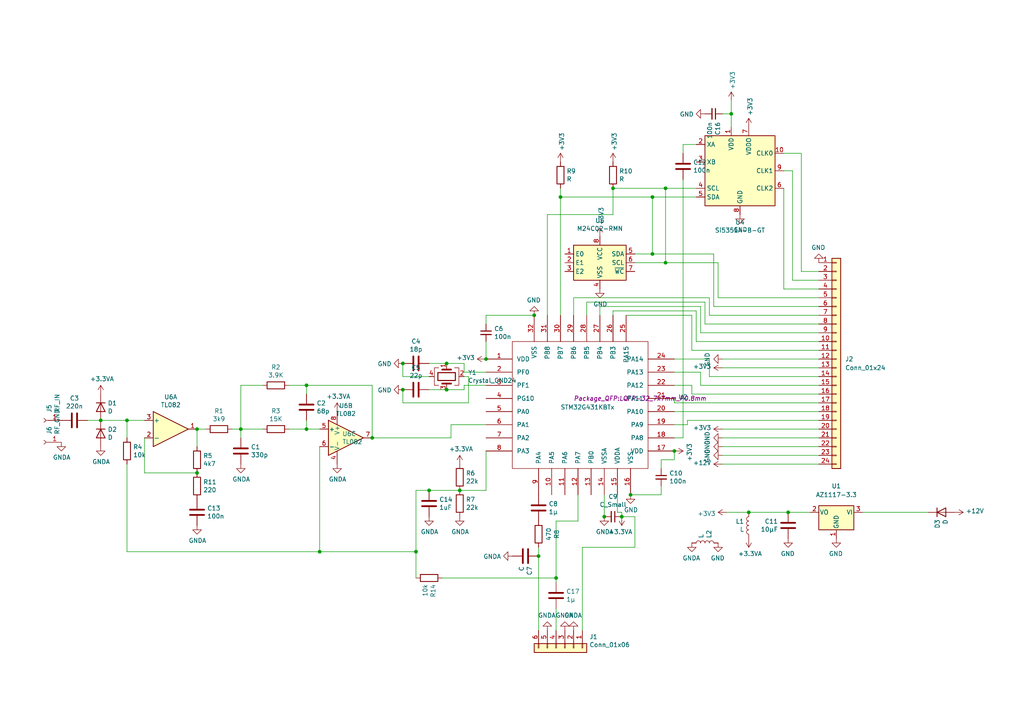
<source format=kicad_sch>
(kicad_sch (version 20211123) (generator eeschema)
  (paper "A4")
  (lib_symbols
    (symbol "Amplifier_Operational:TL082" (pin_names (offset 0.127))
      (property "Reference" "U" (at 0 5.08 0))
      (property "Value" "Amplifier_Operational_TL082" (at 0 -5.08 0))
      (symbol "TL082_1_1"
        (polyline (pts (xy -5.08 5.08) (xy 5.08 0) (xy -5.08 -5.08) (xy -5.08 5.08)) (stroke (width 0.254)) (fill (type background)))
        (pin output line (at 7.62 0 180) (length 2.54) (name "~") (number "1"))
        (pin input line (at -7.62 -2.54 0) (length 2.54) (name "-") (number "2"))
        (pin input line (at -7.62 2.54 0) (length 2.54) (name "+") (number "3"))
      )
      (symbol "TL082_2_1"
        (polyline (pts (xy -5.08 5.08) (xy 5.08 0) (xy -5.08 -5.08) (xy -5.08 5.08)) (stroke (width 0.254)) (fill (type background)))
        (pin input line (at -7.62 2.54 0) (length 2.54) (name "+") (number "5"))
        (pin input line (at -7.62 -2.54 0) (length 2.54) (name "-") (number "6"))
        (pin output line (at 7.62 0 180) (length 2.54) (name "~") (number "7"))
      )
      (symbol "TL082_3_1"
        (pin power_in line (at -2.54 -7.62 90) (length 3.81) (name "V-") (number "4"))
        (pin power_in line (at -2.54 7.62 270) (length 3.81) (name "V+") (number "8"))
      )
    )
    (symbol "Connector:Conn_01x01_Female" (pin_names (offset 1.016) hide)
      (property "Reference" "J" (at 0 2.54 0))
      (property "Value" "Connector_Conn_01x01_Female" (at 0 -2.54 0))
      (symbol "Conn_01x01_Female_1_1"
        (polyline (pts (xy -1.27 0) (xy -0.508 0)) (stroke (width 0.1524)))
        (arc (start 0 0.508) (mid -0.508 0) (end 0 -0.508) (stroke (width 0.1524)))
        (pin passive line (at -5.08 0 0) (length 3.81) (name "Pin_1") (number "1"))
      )
    )
    (symbol "Connector_Generic:Conn_01x06" (pin_names (offset 1.016) hide)
      (property "Reference" "J" (at 0 7.62 0))
      (property "Value" "Connector_Generic_Conn_01x06" (at 0 -10.16 0))
      (symbol "Conn_01x06_1_1"
        (rectangle (start -1.27 -7.493) (end 0 -7.747) (stroke (width 0.1524)))
        (rectangle (start -1.27 -4.953) (end 0 -5.207) (stroke (width 0.1524)))
        (rectangle (start -1.27 -2.413) (end 0 -2.667) (stroke (width 0.1524)))
        (rectangle (start -1.27 0.127) (end 0 -0.127) (stroke (width 0.1524)))
        (rectangle (start -1.27 2.667) (end 0 2.413) (stroke (width 0.1524)))
        (rectangle (start -1.27 5.207) (end 0 4.953) (stroke (width 0.1524)))
        (rectangle (start -1.27 6.35) (end 1.27 -8.89) (stroke (width 0.254)) (fill (type background)))
        (pin passive line (at -5.08 5.08 0) (length 3.81) (name "Pin_1") (number "1"))
        (pin passive line (at -5.08 2.54 0) (length 3.81) (name "Pin_2") (number "2"))
        (pin passive line (at -5.08 0 0) (length 3.81) (name "Pin_3") (number "3"))
        (pin passive line (at -5.08 -2.54 0) (length 3.81) (name "Pin_4") (number "4"))
        (pin passive line (at -5.08 -5.08 0) (length 3.81) (name "Pin_5") (number "5"))
        (pin passive line (at -5.08 -7.62 0) (length 3.81) (name "Pin_6") (number "6"))
      )
    )
    (symbol "Connector_Generic:Conn_01x24" (pin_names (offset 1.016) hide)
      (property "Reference" "J" (at 0 30.48 0))
      (property "Value" "Conn_01x24" (at 0 -33.02 0))
      (symbol "Conn_01x24_1_1"
        (rectangle (start -1.27 -30.353) (end 0 -30.607) (stroke (width 0.1524)))
        (rectangle (start -1.27 -27.813) (end 0 -28.067) (stroke (width 0.1524)))
        (rectangle (start -1.27 -25.273) (end 0 -25.527) (stroke (width 0.1524)))
        (rectangle (start -1.27 -22.733) (end 0 -22.987) (stroke (width 0.1524)))
        (rectangle (start -1.27 -20.193) (end 0 -20.447) (stroke (width 0.1524)))
        (rectangle (start -1.27 -17.653) (end 0 -17.907) (stroke (width 0.1524)))
        (rectangle (start -1.27 -15.113) (end 0 -15.367) (stroke (width 0.1524)))
        (rectangle (start -1.27 -12.573) (end 0 -12.827) (stroke (width 0.1524)))
        (rectangle (start -1.27 -10.033) (end 0 -10.287) (stroke (width 0.1524)))
        (rectangle (start -1.27 -7.493) (end 0 -7.747) (stroke (width 0.1524)))
        (rectangle (start -1.27 -4.953) (end 0 -5.207) (stroke (width 0.1524)))
        (rectangle (start -1.27 -2.413) (end 0 -2.667) (stroke (width 0.1524)))
        (rectangle (start -1.27 0.127) (end 0 -0.127) (stroke (width 0.1524)))
        (rectangle (start -1.27 2.667) (end 0 2.413) (stroke (width 0.1524)))
        (rectangle (start -1.27 5.207) (end 0 4.953) (stroke (width 0.1524)))
        (rectangle (start -1.27 7.747) (end 0 7.493) (stroke (width 0.1524)))
        (rectangle (start -1.27 10.287) (end 0 10.033) (stroke (width 0.1524)))
        (rectangle (start -1.27 12.827) (end 0 12.573) (stroke (width 0.1524)))
        (rectangle (start -1.27 15.367) (end 0 15.113) (stroke (width 0.1524)))
        (rectangle (start -1.27 17.907) (end 0 17.653) (stroke (width 0.1524)))
        (rectangle (start -1.27 20.447) (end 0 20.193) (stroke (width 0.1524)))
        (rectangle (start -1.27 22.987) (end 0 22.733) (stroke (width 0.1524)))
        (rectangle (start -1.27 25.527) (end 0 25.273) (stroke (width 0.1524)))
        (rectangle (start -1.27 28.067) (end 0 27.813) (stroke (width 0.1524)))
        (rectangle (start -1.27 29.21) (end 1.27 -31.75) (stroke (width 0.254)) (fill (type background)))
        (pin passive line (at -5.08 27.94 0) (length 3.81) (name "Pin_1") (number "1"))
        (pin passive line (at -5.08 5.08 0) (length 3.81) (name "Pin_10") (number "10"))
        (pin passive line (at -5.08 2.54 0) (length 3.81) (name "Pin_11") (number "11"))
        (pin passive line (at -5.08 0 0) (length 3.81) (name "Pin_12") (number "12"))
        (pin passive line (at -5.08 -2.54 0) (length 3.81) (name "Pin_13") (number "13"))
        (pin passive line (at -5.08 -5.08 0) (length 3.81) (name "Pin_14") (number "14"))
        (pin passive line (at -5.08 -7.62 0) (length 3.81) (name "Pin_15") (number "15"))
        (pin passive line (at -5.08 -10.16 0) (length 3.81) (name "Pin_16") (number "16"))
        (pin passive line (at -5.08 -12.7 0) (length 3.81) (name "Pin_17") (number "17"))
        (pin passive line (at -5.08 -15.24 0) (length 3.81) (name "Pin_18") (number "18"))
        (pin passive line (at -5.08 -17.78 0) (length 3.81) (name "Pin_19") (number "19"))
        (pin passive line (at -5.08 25.4 0) (length 3.81) (name "Pin_2") (number "2"))
        (pin passive line (at -5.08 -20.32 0) (length 3.81) (name "Pin_20") (number "20"))
        (pin passive line (at -5.08 -22.86 0) (length 3.81) (name "Pin_21") (number "21"))
        (pin passive line (at -5.08 -25.4 0) (length 3.81) (name "Pin_22") (number "22"))
        (pin passive line (at -5.08 -27.94 0) (length 3.81) (name "Pin_23") (number "23"))
        (pin passive line (at -5.08 -30.48 0) (length 3.81) (name "Pin_24") (number "24"))
        (pin passive line (at -5.08 22.86 0) (length 3.81) (name "Pin_3") (number "3"))
        (pin passive line (at -5.08 20.32 0) (length 3.81) (name "Pin_4") (number "4"))
        (pin passive line (at -5.08 17.78 0) (length 3.81) (name "Pin_5") (number "5"))
        (pin passive line (at -5.08 15.24 0) (length 3.81) (name "Pin_6") (number "6"))
        (pin passive line (at -5.08 12.7 0) (length 3.81) (name "Pin_7") (number "7"))
        (pin passive line (at -5.08 10.16 0) (length 3.81) (name "Pin_8") (number "8"))
        (pin passive line (at -5.08 7.62 0) (length 3.81) (name "Pin_9") (number "9"))
      )
    )
    (symbol "Device:C" (pin_numbers hide) (pin_names (offset 0.254))
      (property "Reference" "C" (at 0.635 2.54 0))
      (property "Value" "Device_C" (at 0.635 -2.54 0))
      (symbol "C_0_1"
        (polyline (pts (xy -2.032 -0.762) (xy 2.032 -0.762)) (stroke (width 0.508)))
        (polyline (pts (xy -2.032 0.762) (xy 2.032 0.762)) (stroke (width 0.508)))
      )
      (symbol "C_1_1"
        (pin passive line (at 0 3.81 270) (length 2.794) (name "~") (number "1"))
        (pin passive line (at 0 -3.81 90) (length 2.794) (name "~") (number "2"))
      )
    )
    (symbol "Device:C_Small" (pin_numbers hide) (pin_names (offset 0.254) hide)
      (property "Reference" "C" (at 0.254 1.778 0))
      (property "Value" "Device_C_Small" (at 0.254 -2.032 0))
      (symbol "C_Small_0_1"
        (polyline (pts (xy -1.524 -0.508) (xy 1.524 -0.508)) (stroke (width 0.3302)))
        (polyline (pts (xy -1.524 0.508) (xy 1.524 0.508)) (stroke (width 0.3048)))
      )
      (symbol "C_Small_1_1"
        (pin passive line (at 0 2.54 270) (length 2.032) (name "~") (number "1"))
        (pin passive line (at 0 -2.54 90) (length 2.032) (name "~") (number "2"))
      )
    )
    (symbol "Device:Crystal_GND24" (pin_names (offset 1.016) hide)
      (property "Reference" "Y" (at 3.175 5.08 0))
      (property "Value" "Device_Crystal_GND24" (at 3.175 3.175 0))
      (symbol "Crystal_GND24_0_1"
        (rectangle (start -1.143 2.54) (end 1.143 -2.54) (stroke (width 0.3048)))
        (polyline (pts (xy -2.54 0) (xy -2.032 0)))
        (polyline (pts (xy -2.032 -1.27) (xy -2.032 1.27)) (stroke (width 0.508)))
        (polyline (pts (xy 0 -3.81) (xy 0 -3.556)))
        (polyline (pts (xy 0 3.556) (xy 0 3.81)))
        (polyline (pts (xy 2.032 -1.27) (xy 2.032 1.27)) (stroke (width 0.508)))
        (polyline (pts (xy 2.032 0) (xy 2.54 0)))
        (polyline (pts (xy -2.54 -2.286) (xy -2.54 -3.556) (xy 2.54 -3.556) (xy 2.54 -2.286)))
        (polyline (pts (xy -2.54 2.286) (xy -2.54 3.556) (xy 2.54 3.556) (xy 2.54 2.286)))
      )
      (symbol "Crystal_GND24_1_1"
        (pin passive line (at -3.81 0 0) (length 1.27) (name "1") (number "1"))
        (pin passive line (at 0 5.08 270) (length 1.27) (name "2") (number "2"))
        (pin passive line (at 3.81 0 180) (length 1.27) (name "3") (number "3"))
        (pin passive line (at 0 -5.08 90) (length 1.27) (name "4") (number "4"))
      )
    )
    (symbol "Device:D" (pin_numbers hide) (pin_names (offset 1.016) hide)
      (property "Reference" "D" (at 0 2.54 0))
      (property "Value" "Device_D" (at 0 -2.54 0))
      (symbol "D_0_1"
        (polyline (pts (xy -1.27 1.27) (xy -1.27 -1.27)) (stroke (width 0.254)))
        (polyline (pts (xy 1.27 0) (xy -1.27 0)))
        (polyline (pts (xy 1.27 1.27) (xy 1.27 -1.27) (xy -1.27 0) (xy 1.27 1.27)) (stroke (width 0.254)))
      )
      (symbol "D_1_1"
        (pin passive line (at -3.81 0 0) (length 2.54) (name "K") (number "1"))
        (pin passive line (at 3.81 0 180) (length 2.54) (name "A") (number "2"))
      )
    )
    (symbol "Device:L" (pin_numbers hide) (pin_names (offset 1.016) hide)
      (property "Reference" "L" (at -1.27 0 90))
      (property "Value" "Device_L" (at 1.905 0 90))
      (symbol "L_0_1"
        (arc (start 0 -2.54) (mid 0.635 -1.905) (end 0 -1.27))
        (arc (start 0 -1.27) (mid 0.635 -0.635) (end 0 0))
        (arc (start 0 0) (mid 0.635 0.635) (end 0 1.27))
        (arc (start 0 1.27) (mid 0.635 1.905) (end 0 2.54))
      )
      (symbol "L_1_1"
        (pin passive line (at 0 3.81 270) (length 1.27) (name "1") (number "1"))
        (pin passive line (at 0 -3.81 90) (length 1.27) (name "2") (number "2"))
      )
    )
    (symbol "Device:R" (pin_numbers hide) (pin_names (offset 0))
      (property "Reference" "R" (at 2.032 0 90))
      (property "Value" "Device_R" (at 0 0 90))
      (symbol "R_0_1"
        (rectangle (start -1.016 -2.54) (end 1.016 2.54) (stroke (width 0.254)))
      )
      (symbol "R_1_1"
        (pin passive line (at 0 3.81 270) (length 1.27) (name "~") (number "1"))
        (pin passive line (at 0 -3.81 90) (length 1.27) (name "~") (number "2"))
      )
    )
    (symbol "Memory_EEPROM:M24C02-RMN"
      (property "Reference" "U" (at -6.35 6.35 0))
      (property "Value" "Memory_EEPROM_M24C02-RMN" (at 7.62 6.35 0))
      (symbol "M24C02-RMN_0_1"
        (rectangle (start -7.62 5.08) (end 7.62 -5.08) (stroke (width 0.254)) (fill (type background)))
      )
      (symbol "M24C02-RMN_1_1"
        (pin input line (at -10.16 2.54 0) (length 2.54) (name "E0") (number "1"))
        (pin input line (at -10.16 0 0) (length 2.54) (name "E1") (number "2"))
        (pin input line (at -10.16 -2.54 0) (length 2.54) (name "E2") (number "3"))
        (pin power_in line (at 0 -7.62 90) (length 2.54) (name "VSS") (number "4"))
        (pin bidirectional line (at 10.16 2.54 180) (length 2.54) (name "SDA") (number "5"))
        (pin input line (at 10.16 0 180) (length 2.54) (name "SCL") (number "6"))
        (pin input line (at 10.16 -2.54 180) (length 2.54) (name "~{WC}") (number "7"))
        (pin power_in line (at 0 7.62 270) (length 2.54) (name "VCC") (number "8"))
      )
    )
    (symbol "Oscillator:Si5351A-B-GT"
      (property "Reference" "U" (at -8.89 11.43 0))
      (property "Value" "Oscillator_Si5351A-B-GT" (at -12.7 -12.7 0))
      (symbol "Si5351A-B-GT_0_1"
        (rectangle (start -10.16 10.16) (end 10.16 -10.16) (stroke (width 0.254)) (fill (type background)))
      )
      (symbol "Si5351A-B-GT_1_1"
        (pin power_in line (at -2.54 12.7 270) (length 2.54) (name "VDD") (number "1"))
        (pin output line (at 12.7 5.08 180) (length 2.54) (name "CLK0") (number "10"))
        (pin input line (at -12.7 7.62 0) (length 2.54) (name "XA") (number "2"))
        (pin input line (at -12.7 2.54 0) (length 2.54) (name "XB") (number "3"))
        (pin input line (at -12.7 -5.08 0) (length 2.54) (name "SCL") (number "4"))
        (pin bidirectional line (at -12.7 -7.62 0) (length 2.54) (name "SDA") (number "5"))
        (pin output line (at 12.7 -5.08 180) (length 2.54) (name "CLK2") (number "6"))
        (pin power_in line (at 2.54 12.7 270) (length 2.54) (name "VDDO") (number "7"))
        (pin power_in line (at 0 -12.7 90) (length 2.54) (name "GND") (number "8"))
        (pin output line (at 12.7 0 180) (length 2.54) (name "CLK1") (number "9"))
      )
    )
    (symbol "Regulator_Linear:AZ1117-3.3" (pin_names (offset 0.254))
      (property "Reference" "U" (at -3.81 3.175 0))
      (property "Value" "AZ1117-3.3" (at 0 3.175 0))
      (symbol "AZ1117-3.3_0_1"
        (rectangle (start -5.08 1.905) (end 5.08 -5.08) (stroke (width 0.254)) (fill (type background)))
      )
      (symbol "AZ1117-3.3_1_1"
        (pin power_in line (at 0 -7.62 90) (length 2.54) (name "GND") (number "1"))
        (pin power_out line (at 7.62 0 180) (length 2.54) (name "VO") (number "2"))
        (pin power_in line (at -7.62 0 0) (length 2.54) (name "VI") (number "3"))
      )
    )
    (symbol "cesco:STM32G431KBTx" (pin_names (offset 1.27))
      (property "Reference" "U" (at 0 2.54 0))
      (property "Value" "cesco_STM32G431KBTx" (at 0 -2.54 0))
      (property "Footprint" "LQFP32" (at 0 -5.08 0))
      (symbol "STM32G431KBTx_0_1"
        (rectangle (start -21.59 19.05) (end 17.78 -17.78))
      )
      (symbol "STM32G431KBTx_1_1"
        (pin power_in line (at -29.21 13.97 0) (length 7.62) (name "VDD") (number "1"))
        (pin bidirectional line (at -10.16 -25.4 90) (length 7.62) (name "PA5") (number "10"))
        (pin bidirectional line (at -6.35 -25.4 90) (length 7.62) (name "PA6") (number "11"))
        (pin bidirectional line (at -2.54 -25.4 90) (length 7.62) (name "PA7") (number "12"))
        (pin bidirectional line (at 1.27 -25.4 90) (length 7.62) (name "PB0") (number "13"))
        (pin power_in line (at 5.08 -25.4 90) (length 7.62) (name "VSSA") (number "14"))
        (pin power_in line (at 8.89 -25.4 90) (length 7.62) (name "VDDA") (number "15"))
        (pin power_in line (at 12.7 -25.4 90) (length 7.62) (name "VSS") (number "16"))
        (pin power_in line (at 25.4 -12.7 180) (length 7.62) (name "VDD") (number "17"))
        (pin bidirectional line (at 25.4 -8.89 180) (length 7.62) (name "PA8") (number "18"))
        (pin bidirectional line (at 25.4 -5.08 180) (length 7.62) (name "PA9") (number "19"))
        (pin bidirectional line (at -29.21 10.16 0) (length 7.62) (name "PF0") (number "2"))
        (pin bidirectional line (at 25.4 -1.27 180) (length 7.62) (name "PA10") (number "20"))
        (pin bidirectional line (at 25.4 2.54 180) (length 7.62) (name "PA11") (number "21"))
        (pin bidirectional line (at 25.4 6.35 180) (length 7.62) (name "PA12") (number "22"))
        (pin bidirectional line (at 25.4 10.16 180) (length 7.62) (name "PA13") (number "23"))
        (pin bidirectional line (at 25.4 13.97 180) (length 7.62) (name "PA14") (number "24"))
        (pin bidirectional line (at 11.43 26.67 270) (length 7.62) (name "PA15") (number "25"))
        (pin bidirectional line (at 7.62 26.67 270) (length 7.62) (name "PB3") (number "26"))
        (pin bidirectional line (at 3.81 26.67 270) (length 7.62) (name "PB4") (number "27"))
        (pin bidirectional line (at 0 26.67 270) (length 7.62) (name "PB5") (number "28"))
        (pin bidirectional line (at -3.81 26.67 270) (length 7.62) (name "PB6") (number "29"))
        (pin bidirectional line (at -29.21 6.35 0) (length 7.62) (name "PF1") (number "3"))
        (pin bidirectional line (at -7.62 26.67 270) (length 7.62) (name "PB7") (number "30"))
        (pin bidirectional line (at -11.43 26.67 270) (length 7.62) (name "PB8") (number "31"))
        (pin power_in line (at -15.24 26.67 270) (length 7.62) (name "VSS") (number "32"))
        (pin bidirectional line (at -29.21 2.54 0) (length 7.62) (name "PG10") (number "4"))
        (pin bidirectional line (at -29.21 -1.27 0) (length 7.62) (name "PA0") (number "5"))
        (pin bidirectional line (at -29.21 -5.08 0) (length 7.62) (name "PA1") (number "6"))
        (pin bidirectional line (at -29.21 -8.89 0) (length 7.62) (name "PA2") (number "7"))
        (pin bidirectional line (at -29.21 -12.7 0) (length 7.62) (name "PA3") (number "8"))
        (pin bidirectional line (at -13.97 -25.4 90) (length 7.62) (name "PA4") (number "9"))
      )
    )
    (symbol "power:+12V" (power) (pin_names (offset 0))
      (property "Value" "power_+12V" (at 0 3.556 0))
      (symbol "+12V_0_1"
        (polyline (pts (xy -0.762 1.27) (xy 0 2.54)))
        (polyline (pts (xy 0 0) (xy 0 2.54)))
        (polyline (pts (xy 0 2.54) (xy 0.762 1.27)))
      )
      (symbol "+12V_1_1"
        (pin power_in line (at 0 0 90) (length 0) hide (name "+12V") (number "1"))
      )
    )
    (symbol "power:+3.3V" (power) (pin_names (offset 0))
      (property "Value" "power_+3.3V" (at 0 3.556 0))
      (symbol "+3.3V_0_1"
        (polyline (pts (xy -0.762 1.27) (xy 0 2.54)))
        (polyline (pts (xy 0 0) (xy 0 2.54)))
        (polyline (pts (xy 0 2.54) (xy 0.762 1.27)))
      )
      (symbol "+3.3V_1_1"
        (pin power_in line (at 0 0 90) (length 0) hide (name "+3V3") (number "1"))
      )
    )
    (symbol "power:+3.3VA" (power) (pin_names (offset 0))
      (property "Value" "power_+3.3VA" (at 0 3.556 0))
      (symbol "+3.3VA_0_1"
        (polyline (pts (xy -0.762 1.27) (xy 0 2.54)))
        (polyline (pts (xy 0 0) (xy 0 2.54)))
        (polyline (pts (xy 0 2.54) (xy 0.762 1.27)))
      )
      (symbol "+3.3VA_1_1"
        (pin power_in line (at 0 0 90) (length 0) hide (name "+3.3VA") (number "1"))
      )
    )
    (symbol "power:GND" (power) (pin_names (offset 0))
      (property "Value" "power_GND" (at 0 -3.81 0))
      (symbol "GND_0_1"
        (polyline (pts (xy 0 0) (xy 0 -1.27) (xy 1.27 -1.27) (xy 0 -2.54) (xy -1.27 -1.27) (xy 0 -1.27)))
      )
      (symbol "GND_1_1"
        (pin power_in line (at 0 0 270) (length 0) hide (name "GND") (number "1"))
      )
    )
    (symbol "power:GNDA" (power) (pin_names (offset 0))
      (property "Value" "power_GNDA" (at 0 -3.81 0))
      (symbol "GNDA_0_1"
        (polyline (pts (xy 0 0) (xy 0 -1.27) (xy 1.27 -1.27) (xy 0 -2.54) (xy -1.27 -1.27) (xy 0 -1.27)))
      )
      (symbol "GNDA_1_1"
        (pin power_in line (at 0 0 270) (length 0) hide (name "GNDA") (number "1"))
      )
    )
  )
  (junction (at 162.56 57.15))
  (junction (at 88.9 124.46))
  (junction (at 116.84 105.41))
  (junction (at 29.21 121.92))
  (junction (at 195.58 130.81))
  (junction (at 129.54 105.41))
  (junction (at 217.17 148.59))
  (junction (at 156.21 161.29))
  (junction (at 69.85 124.46))
  (junction (at 180.34 149.86))
  (junction (at 92.71 160.02))
  (junction (at 189.23 57.15))
  (junction (at 161.29 167.64))
  (junction (at 177.8 54.61))
  (junction (at 57.15 137.16))
  (junction (at 88.9 111.76))
  (junction (at 212.09 33.02))
  (junction (at 193.04 54.61))
  (junction (at 140.97 104.14))
  (junction (at 193.04 76.2))
  (junction (at 129.54 113.03))
  (junction (at 175.26 149.86))
  (junction (at 116.84 113.03))
  (junction (at 124.46 142.24))
  (junction (at 107.95 127))
  (junction (at 182.88 143.51))
  (junction (at 133.35 142.24))
  (junction (at 36.83 121.92))
  (junction (at 120.65 160.02))
  (junction (at 154.94 91.44))
  (junction (at 228.6 148.59))
  (junction (at 189.23 73.66))
  (junction (at 57.15 124.46))
  (wire (pts (xy 228.6 148.59) (xy 217.17 148.59)))
  (wire (pts (xy 120.65 160.02) (xy 120.65 142.24)))
  (wire (pts (xy 133.35 142.24) (xy 140.97 142.24)))
  (wire (pts (xy 135.89 109.22) (xy 135.89 116.84)))
  (wire (pts (xy 200.66 111.76) (xy 195.58 111.76)))
  (wire (pts (xy 36.83 160.02) (xy 92.71 160.02)))
  (wire (pts (xy 191.77 143.51) (xy 191.77 140.97)))
  (wire (pts (xy 182.88 143.51) (xy 191.77 143.51)))
  (wire (pts (xy 162.56 57.15) (xy 189.23 57.15)))
  (wire (pts (xy 129.54 113.03) (xy 134.62 113.03)))
  (wire (pts (xy 205.74 91.44) (xy 237.49 91.44)))
  (wire (pts (xy 207.01 88.9) (xy 207.01 73.66)))
  (wire (pts (xy 156.21 161.29) (xy 156.21 182.88)))
  (wire (pts (xy 195.58 133.35) (xy 195.58 130.81)))
  (wire (pts (xy 140.97 130.81) (xy 140.97 142.24)))
  (wire (pts (xy 158.75 62.23) (xy 177.8 62.23)))
  (wire (pts (xy 200.66 101.6) (xy 237.49 101.6)))
  (wire (pts (xy 195.58 104.14) (xy 205.74 104.14)))
  (wire (pts (xy 189.23 73.66) (xy 184.15 73.66)))
  (wire (pts (xy 92.71 160.02) (xy 120.65 160.02)))
  (wire (pts (xy 124.46 142.24) (xy 133.35 142.24)))
  (wire (pts (xy 140.97 93.98) (xy 140.97 91.44)))
  (wire (pts (xy 191.77 135.89) (xy 191.77 133.35)))
  (wire (pts (xy 201.93 41.91) (xy 198.12 41.91)))
  (wire (pts (xy 135.89 116.84) (xy 116.84 116.84)))
  (wire (pts (xy 166.37 86.36) (xy 205.74 86.36)))
  (wire (pts (xy 161.29 176.53) (xy 161.29 182.88)))
  (wire (pts (xy 184.15 158.75) (xy 184.15 149.86)))
  (wire (pts (xy 168.91 158.75) (xy 184.15 158.75)))
  (wire (pts (xy 193.04 76.2) (xy 208.28 76.2)))
  (wire (pts (xy 25.4 121.92) (xy 29.21 121.92)))
  (wire (pts (xy 88.9 111.76) (xy 88.9 114.3)))
  (wire (pts (xy 116.84 109.22) (xy 116.84 105.41)))
  (wire (pts (xy 237.49 81.28) (xy 229.87 81.28)))
  (wire (pts (xy 198.12 52.07) (xy 198.12 127)))
  (wire (pts (xy 134.62 109.22) (xy 135.89 109.22)))
  (wire (pts (xy 237.49 86.36) (xy 208.28 86.36)))
  (wire (pts (xy 212.09 29.21) (xy 212.09 33.02)))
  (wire (pts (xy 180.34 148.59) (xy 180.34 149.86)))
  (wire (pts (xy 170.18 87.63) (xy 204.47 87.63)))
  (wire (pts (xy 250.19 148.59) (xy 269.24 148.59)))
  (wire (pts (xy 41.91 127) (xy 41.91 137.16)))
  (wire (pts (xy 129.54 105.41) (xy 134.62 105.41)))
  (wire (pts (xy 69.85 127) (xy 69.85 124.46)))
  (wire (pts (xy 201.93 90.17) (xy 201.93 99.06)))
  (wire (pts (xy 88.9 111.76) (xy 107.95 111.76)))
  (wire (pts (xy 59.69 124.46) (xy 57.15 124.46)))
  (wire (pts (xy 195.58 123.19) (xy 199.39 123.19)))
  (wire (pts (xy 140.97 107.95) (xy 134.62 107.95)))
  (wire (pts (xy 184.15 149.86) (xy 180.34 149.86)))
  (wire (pts (xy 88.9 121.92) (xy 88.9 124.46)))
  (wire (pts (xy 177.8 90.17) (xy 201.93 90.17)))
  (wire (pts (xy 193.04 54.61) (xy 193.04 76.2)))
  (wire (pts (xy 228.6 148.59) (xy 234.95 148.59)))
  (wire (pts (xy 237.49 134.62) (xy 209.55 134.62)))
  (wire (pts (xy 208.28 86.36) (xy 208.28 76.2)))
  (wire (pts (xy 199.39 123.19) (xy 199.39 121.92)))
  (wire (pts (xy 229.87 81.28) (xy 229.87 49.53)))
  (wire (pts (xy 205.74 104.14) (xy 205.74 109.22)))
  (wire (pts (xy 237.49 104.14) (xy 209.55 104.14)))
  (wire (pts (xy 88.9 124.46) (xy 92.71 124.46)))
  (wire (pts (xy 205.74 86.36) (xy 205.74 91.44)))
  (wire (pts (xy 67.31 124.46) (xy 69.85 124.46)))
  (wire (pts (xy 200.66 114.3) (xy 200.66 111.76)))
  (wire (pts (xy 181.61 91.44) (xy 200.66 91.44)))
  (wire (pts (xy 124.46 109.22) (xy 116.84 109.22)))
  (wire (pts (xy 237.49 114.3) (xy 200.66 114.3)))
  (wire (pts (xy 227.33 54.61) (xy 227.33 83.82)))
  (wire (pts (xy 177.8 54.61) (xy 193.04 54.61)))
  (wire (pts (xy 41.91 137.16) (xy 57.15 137.16)))
  (wire (pts (xy 191.77 133.35) (xy 195.58 133.35)))
  (wire (pts (xy 198.12 41.91) (xy 198.12 44.45)))
  (wire (pts (xy 227.33 44.45) (xy 232.41 44.45)))
  (wire (pts (xy 36.83 134.62) (xy 36.83 160.02)))
  (wire (pts (xy 193.04 54.61) (xy 201.93 54.61)))
  (wire (pts (xy 204.47 93.98) (xy 237.49 93.98)))
  (wire (pts (xy 175.26 149.86) (xy 175.26 143.51)))
  (wire (pts (xy 177.8 54.61) (xy 177.8 62.23)))
  (wire (pts (xy 237.49 124.46) (xy 209.55 124.46)))
  (wire (pts (xy 120.65 142.24) (xy 124.46 142.24)))
  (wire (pts (xy 177.8 91.44) (xy 177.8 90.17)))
  (wire (pts (xy 203.2 107.95) (xy 203.2 111.76)))
  (wire (pts (xy 124.46 105.41) (xy 129.54 105.41)))
  (wire (pts (xy 130.81 123.19) (xy 140.97 123.19)))
  (wire (pts (xy 168.91 158.75) (xy 168.91 182.88)))
  (wire (pts (xy 83.82 124.46) (xy 88.9 124.46)))
  (wire (pts (xy 140.97 91.44) (xy 154.94 91.44)))
  (wire (pts (xy 199.39 121.92) (xy 237.49 121.92)))
  (wire (pts (xy 204.47 87.63) (xy 204.47 93.98)))
  (wire (pts (xy 189.23 57.15) (xy 201.93 57.15)))
  (wire (pts (xy 29.21 121.92) (xy 36.83 121.92)))
  (wire (pts (xy 179.07 148.59) (xy 180.34 148.59)))
  (wire (pts (xy 120.65 160.02) (xy 120.65 167.64)))
  (wire (pts (xy 201.93 99.06) (xy 237.49 99.06)))
  (wire (pts (xy 162.56 54.61) (xy 162.56 57.15)))
  (wire (pts (xy 116.84 116.84) (xy 116.84 113.03)))
  (wire (pts (xy 237.49 132.08) (xy 209.55 132.08)))
  (wire (pts (xy 203.2 88.9) (xy 203.2 96.52)))
  (wire (pts (xy 161.29 151.13) (xy 161.29 167.64)))
  (wire (pts (xy 36.83 121.92) (xy 41.91 121.92)))
  (wire (pts (xy 227.33 83.82) (xy 237.49 83.82)))
  (wire (pts (xy 167.64 151.13) (xy 167.64 143.51)))
  (wire (pts (xy 128.27 167.64) (xy 161.29 167.64)))
  (wire (pts (xy 203.2 111.76) (xy 237.49 111.76)))
  (wire (pts (xy 162.56 91.44) (xy 162.56 57.15)))
  (wire (pts (xy 76.2 111.76) (xy 69.85 111.76)))
  (wire (pts (xy 130.81 127) (xy 130.81 123.19)))
  (wire (pts (xy 173.99 88.9) (xy 203.2 88.9)))
  (wire (pts (xy 69.85 124.46) (xy 76.2 124.46)))
  (wire (pts (xy 195.58 116.84) (xy 237.49 116.84)))
  (wire (pts (xy 107.95 111.76) (xy 107.95 127)))
  (wire (pts (xy 232.41 78.74) (xy 237.49 78.74)))
  (wire (pts (xy 134.62 113.03) (xy 134.62 111.76)))
  (wire (pts (xy 173.99 91.44) (xy 173.99 88.9)))
  (wire (pts (xy 205.74 109.22) (xy 237.49 109.22)))
  (wire (pts (xy 232.41 44.45) (xy 232.41 78.74)))
  (wire (pts (xy 107.95 127) (xy 130.81 127)))
  (wire (pts (xy 83.82 111.76) (xy 88.9 111.76)))
  (wire (pts (xy 156.21 158.75) (xy 156.21 161.29)))
  (wire (pts (xy 134.62 107.95) (xy 134.62 105.41)))
  (wire (pts (xy 189.23 57.15) (xy 189.23 73.66)))
  (wire (pts (xy 134.62 111.76) (xy 140.97 111.76)))
  (wire (pts (xy 170.18 91.44) (xy 170.18 87.63)))
  (wire (pts (xy 195.58 119.38) (xy 237.49 119.38)))
  (wire (pts (xy 69.85 111.76) (xy 69.85 124.46)))
  (wire (pts (xy 36.83 121.92) (xy 36.83 127)))
  (wire (pts (xy 161.29 167.64) (xy 161.29 168.91)))
  (wire (pts (xy 195.58 127) (xy 198.12 127)))
  (wire (pts (xy 195.58 115.57) (xy 195.58 116.84)))
  (wire (pts (xy 140.97 104.14) (xy 140.97 99.06)))
  (wire (pts (xy 124.46 113.03) (xy 129.54 113.03)))
  (wire (pts (xy 195.58 107.95) (xy 203.2 107.95)))
  (wire (pts (xy 57.15 124.46) (xy 57.15 129.54)))
  (wire (pts (xy 229.87 49.53) (xy 227.33 49.53)))
  (wire (pts (xy 203.2 96.52) (xy 237.49 96.52)))
  (wire (pts (xy 179.07 143.51) (xy 179.07 148.59)))
  (wire (pts (xy 217.17 148.59) (xy 210.82 148.59)))
  (wire (pts (xy 200.66 91.44) (xy 200.66 101.6)))
  (wire (pts (xy 237.49 106.68) (xy 209.55 106.68)))
  (wire (pts (xy 189.23 73.66) (xy 207.01 73.66)))
  (wire (pts (xy 92.71 129.54) (xy 92.71 160.02)))
  (wire (pts (xy 166.37 91.44) (xy 166.37 86.36)))
  (wire (pts (xy 237.49 88.9) (xy 207.01 88.9)))
  (wire (pts (xy 237.49 127) (xy 209.55 127)))
  (wire (pts (xy 193.04 76.2) (xy 184.15 76.2)))
  (wire (pts (xy 237.49 129.54) (xy 209.55 129.54)))
  (wire (pts (xy 158.75 91.44) (xy 158.75 62.23)))
  (wire (pts (xy 161.29 151.13) (xy 167.64 151.13)))
  (wire (pts (xy 209.55 33.02) (xy 212.09 33.02)))
  (wire (pts (xy 212.09 33.02) (xy 212.09 36.83)))
  (symbol (lib_id "Device:R") (at 63.5 124.46 270) (unit 1)
    (property "Reference" "R1" (at 63.5 119.2022 90))
    (property "Value" "3k9" (at 63.5 121.5136 90))
    (property "Footprint" "Resistor_SMD:R_0805_2012Metric_Pad1.20x1.40mm_HandSolder" (effects hide))
  )
  (symbol (lib_id "Device:R") (at 80.01 124.46 270) (unit 1)
    (property "Reference" "R3" (at 80.01 119.2022 90))
    (property "Value" "15K" (at 80.01 121.5136 90))
    (property "Footprint" "Resistor_SMD:R_0805_2012Metric_Pad1.20x1.40mm_HandSolder" (effects hide))
  )
  (symbol (lib_id "Device:R") (at 80.01 111.76 270) (unit 1)
    (property "Reference" "R2" (at 80.01 106.5022 90))
    (property "Value" "3.9K" (at 80.01 108.8136 90))
    (property "Footprint" "Resistor_SMD:R_0805_2012Metric_Pad1.20x1.40mm_HandSolder" (effects hide))
  )
  (symbol (lib_id "Device:C") (at 88.9 118.11 0) (unit 1)
    (property "Reference" "C2" (at 91.821 116.9416 0) (effects (justify left)))
    (property "Value" "68p" (at 91.821 119.253 0) (effects (justify left)))
    (property "Footprint" "Capacitor_SMD:C_0805_2012Metric_Pad1.18x1.45mm_HandSolder" (effects hide))
  )
  (symbol (lib_id "Device:C") (at 69.85 130.81 0) (unit 1)
    (property "Reference" "C1" (at 72.771 129.6416 0) (effects (justify left)))
    (property "Value" "330p" (at 72.771 131.953 0) (effects (justify left)))
    (property "Footprint" "Capacitor_SMD:C_0805_2012Metric_Pad1.18x1.45mm_HandSolder" (effects hide))
  )
  (symbol (lib_id "Device:R") (at 156.21 154.94 180) (unit 1)
    (property "Reference" "R8" (at 161.4678 154.94 90))
    (property "Value" "470" (at 159.1564 154.94 90))
    (property "Footprint" "Resistor_SMD:R_0805_2012Metric_Pad1.20x1.40mm_HandSolder" (effects hide))
  )
  (symbol (lib_id "Device:C") (at 152.4 161.29 270) (unit 1)
    (property "Reference" "C7" (at 153.5684 164.211 0) (effects (justify left)))
    (property "Value" "C" (at 151.257 164.211 0) (effects (justify left)))
    (property "Footprint" "Capacitor_SMD:C_0805_2012Metric_Pad1.18x1.45mm_HandSolder" (effects hide))
  )
  (symbol (lib_id "Device:C") (at 120.65 105.41 270) (unit 1)
    (property "Reference" "C4" (at 120.65 99.0092 90))
    (property "Value" "18p" (at 120.65 101.3206 90))
    (property "Footprint" "Capacitor_SMD:C_0805_2012Metric_Pad1.18x1.45mm_HandSolder" (effects hide))
  )
  (symbol (lib_id "Device:C") (at 120.65 113.03 270) (unit 1)
    (property "Reference" "C5" (at 120.65 106.6292 90))
    (property "Value" "22p" (at 120.65 108.9406 90))
    (property "Footprint" "Capacitor_SMD:C_0805_2012Metric_Pad1.18x1.45mm_HandSolder" (effects hide))
  )
  (symbol (lib_id "power:GND") (at 116.84 105.41 270) (unit 1)
    (property "Reference" "#PWR03" (effects hide))
    (property "Value" "GND" (at 113.5888 105.537 90) (effects (justify right)))
  )
  (symbol (lib_id "power:GND") (at 116.84 113.03 270) (unit 1)
    (property "Reference" "#PWR04" (effects hide))
    (property "Value" "GND" (at 113.5888 113.157 90) (effects (justify right)))
  )
  (symbol (lib_id "power:+3.3V") (at 195.58 130.81 270) (unit 1)
    (property "Reference" "#PWR016" (effects hide))
    (property "Value" "+3.3V" (at 199.9742 131.191 0))
  )
  (symbol (lib_id "Device:C_Small") (at 177.8 149.86 270) (unit 1)
    (property "Reference" "C9" (at 177.8 144.0434 90))
    (property "Value" "C_Small" (at 177.8 146.3548 90))
    (property "Footprint" "Capacitor_SMD:C_1206_3216Metric_Pad1.33x1.80mm_HandSolder" (effects hide))
  )
  (symbol (lib_id "Device:C_Small") (at 191.77 138.43 0) (unit 1)
    (property "Reference" "C10" (at 194.1068 137.2616 0) (effects (justify left)))
    (property "Value" "100n" (at 194.1068 139.573 0) (effects (justify left)))
    (property "Footprint" "Capacitor_SMD:C_1206_3216Metric_Pad1.33x1.80mm_HandSolder" (effects hide))
  )
  (symbol (lib_id "Device:C_Small") (at 140.97 96.52 0) (unit 1)
    (property "Reference" "C6" (at 143.3068 95.3516 0) (effects (justify left)))
    (property "Value" "100n" (at 143.3068 97.663 0) (effects (justify left)))
    (property "Footprint" "Capacitor_SMD:C_1206_3216Metric_Pad1.33x1.80mm_HandSolder" (effects hide))
  )
  (symbol (lib_id "power:+3.3V") (at 210.82 148.59 90) (mirror x) (unit 1)
    (property "Reference" "#PWR0102" (effects hide))
    (property "Value" "+3.3V" (at 207.5688 148.971 90) (effects (justify left)))
  )
  (symbol (lib_id "Device:C") (at 228.6 152.4 0) (mirror y) (unit 1)
    (property "Reference" "C11" (at 225.679 151.2316 0) (effects (justify left)))
    (property "Value" "10µF" (at 225.679 153.543 0) (effects (justify left)))
    (property "Footprint" "Capacitor_SMD:C_1210_3225Metric_Pad1.33x2.70mm_HandSolder" (effects hide))
  )
  (symbol (lib_id "power:GND") (at 228.6 156.21 0) (mirror y) (unit 1)
    (property "Reference" "#PWR0103" (effects hide))
    (property "Value" "GND" (at 228.473 160.6042 0))
  )
  (symbol (lib_id "power:GND") (at 242.57 156.21 0) (mirror y) (unit 1)
    (property "Reference" "#PWR0104" (effects hide))
    (property "Value" "GND" (at 242.443 160.6042 0))
  )
  (symbol (lib_id "cesco:STM32G431KBTx") (at 170.18 118.11 0) (unit 1)
    (property "Reference" "U2" (at 196.6976 115.1636 0) (effects (justify left)))
    (property "Value" "STM32G431KBTx" (at 162.56 118.11 0) (effects (justify left)))
    (property "Footprint" "Package_QFP:LQFP-32_7x7mm_P0.8mm" (at 166.37 115.57 0) (effects (font italic) (justify left)))
  )
  (symbol (lib_id "Device:L") (at 217.17 152.4 0) (mirror y) (unit 1)
    (property "Reference" "L1" (at 215.8238 151.2316 0) (effects (justify left)))
    (property "Value" "L" (at 215.8238 153.543 0) (effects (justify left)))
    (property "Footprint" "Inductor_SMD:L_1210_3225Metric_Pad1.42x2.65mm_HandSolder" (effects hide))
  )
  (symbol (lib_id "power:+3.3V") (at 140.97 104.14 90) (unit 1)
    (property "Reference" "#PWR09" (effects hide))
    (property "Value" "+3.3V" (at 137.7188 103.759 90) (effects (justify left)))
  )
  (symbol (lib_id "power:GND") (at 154.94 91.44 180) (unit 1)
    (property "Reference" "#PWR011" (effects hide))
    (property "Value" "GND" (at 154.813 87.0458 0))
  )
  (symbol (lib_id "power:GND") (at 182.88 143.51 0) (unit 1)
    (property "Reference" "#PWR015" (effects hide))
    (property "Value" "GND" (at 183.007 147.9042 0))
  )
  (symbol (lib_id "power:GND") (at 209.55 127 270) (unit 1)
    (property "Reference" "#PWR020" (effects hide))
    (property "Value" "GND" (at 205.1558 127.127 0))
  )
  (symbol (lib_id "power:+3.3V") (at 209.55 124.46 90) (unit 1)
    (property "Reference" "#PWR019" (effects hide))
    (property "Value" "+3.3V" (at 206.2988 124.079 90) (effects (justify left)))
  )
  (symbol (lib_id "power:GND") (at 209.55 104.14 270) (unit 1)
    (property "Reference" "#PWR018" (effects hide))
    (property "Value" "GND" (at 205.1558 104.267 0))
  )
  (symbol (lib_id "power:+3.3V") (at 209.55 106.68 90) (unit 1)
    (property "Reference" "#PWR017" (effects hide))
    (property "Value" "+3.3V" (at 206.2988 106.299 90) (effects (justify left)))
  )
  (symbol (lib_id "Device:R") (at 133.35 146.05 0) (unit 1)
    (property "Reference" "R7" (at 135.128 144.8816 0) (effects (justify left)))
    (property "Value" "22k" (at 135.128 147.193 0) (effects (justify left)))
    (property "Footprint" "Resistor_SMD:R_0805_2012Metric_Pad1.20x1.40mm_HandSolder" (effects hide))
  )
  (symbol (lib_id "Device:R") (at 133.35 138.43 0) (unit 1)
    (property "Reference" "R6" (at 135.128 137.2616 0) (effects (justify left)))
    (property "Value" "22k" (at 135.128 139.573 0) (effects (justify left)))
    (property "Footprint" "Resistor_SMD:R_0805_2012Metric_Pad1.20x1.40mm_HandSolder" (effects hide))
  )
  (symbol (lib_id "Device:C") (at 156.21 147.32 0) (unit 1)
    (property "Reference" "C8" (at 159.131 146.1516 0) (effects (justify left)))
    (property "Value" "1µ" (at 159.131 148.463 0) (effects (justify left)))
    (property "Footprint" "Capacitor_SMD:C_1206_3216Metric_Pad1.33x1.80mm_HandSolder" (effects hide))
  )
  (symbol (lib_id "Oscillator:Si5351A-B-GT") (at 214.63 49.53 0) (unit 1)
    (property "Reference" "U4" (at 214.63 64.4906 0))
    (property "Value" "Si5351A-B-GT" (at 214.63 66.802 0))
    (property "Footprint" "Package_SO:MSOP-10_3x3mm_P0.5mm" (effects hide))
    (property "Datasheet" "https://www.silabs.com/documents/public/data-sheets/Si5351-B.pdf" (effects hide))
  )
  (symbol (lib_id "Device:R") (at 177.8 50.8 0) (unit 1)
    (property "Reference" "R10" (at 179.578 49.6316 0) (effects (justify left)))
    (property "Value" "R" (at 179.578 51.943 0) (effects (justify left)))
    (property "Footprint" "Resistor_SMD:R_0805_2012Metric_Pad1.20x1.40mm_HandSolder" (effects hide))
  )
  (symbol (lib_id "Device:R") (at 162.56 50.8 0) (unit 1)
    (property "Reference" "R9" (at 164.338 49.6316 0) (effects (justify left)))
    (property "Value" "R" (at 164.338 51.943 0) (effects (justify left)))
    (property "Footprint" "Resistor_SMD:R_0805_2012Metric_Pad1.20x1.40mm_HandSolder" (effects hide))
  )
  (symbol (lib_id "power:+3.3V") (at 162.56 46.99 0) (unit 1)
    (property "Reference" "#PWR0101" (effects hide))
    (property "Value" "+3.3V" (at 162.941 43.7388 90) (effects (justify left)))
  )
  (symbol (lib_id "power:+3.3V") (at 177.8 46.99 0) (unit 1)
    (property "Reference" "#PWR0106" (effects hide))
    (property "Value" "+3.3V" (at 178.181 43.7388 90) (effects (justify left)))
  )
  (symbol (lib_id "Memory_EEPROM:M24C02-RMN") (at 173.99 76.2 0) (unit 1)
    (property "Reference" "U5" (at 173.99 63.9826 0))
    (property "Value" "M24C02-RMN" (at 173.99 66.294 0))
    (property "Footprint" "Package_SO:SOIC-8_3.9x4.9mm_P1.27mm" (effects hide))
    (property "Datasheet" "http://www.st.com/content/ccc/resource/technical/document/datasheet/b0/d8/50/40/5a/85/49/6f/DM00071904.pdf/files/DM00071904.pdf/jcr:content/translations/en.DM00071904.pdf" (effects hide))
  )
  (symbol (lib_id "power:+12V") (at 276.86 148.59 270) (mirror x) (unit 1)
    (property "Reference" "#PWR0105" (effects hide))
    (property "Value" "+12V" (at 280.1112 148.209 90) (effects (justify left)))
  )
  (symbol (lib_id "power:+3.3V") (at 173.99 68.58 0) (unit 1)
    (property "Reference" "#PWR0109" (effects hide))
    (property "Value" "+3.3V" (at 174.371 65.3288 90) (effects (justify left)))
  )
  (symbol (lib_id "power:GND") (at 173.99 83.82 0) (unit 1)
    (property "Reference" "#PWR0110" (effects hide))
    (property "Value" "GND" (at 174.117 88.2142 0))
  )
  (symbol (lib_id "Device:C") (at 198.12 48.26 0) (unit 1)
    (property "Reference" "C12" (at 201.041 47.0916 0) (effects (justify left)))
    (property "Value" "100n" (at 201.041 49.403 0) (effects (justify left)))
    (property "Footprint" "Capacitor_SMD:C_0805_2012Metric_Pad1.18x1.45mm_HandSolder" (effects hide))
  )
  (symbol (lib_id "Amplifier_Operational:TL082") (at 49.53 124.46 0) (unit 1)
    (property "Reference" "U6" (at 49.53 115.1382 0))
    (property "Value" "TL082" (at 49.53 117.4496 0))
    (property "Footprint" "Package_SO:SO-8_3.9x4.9mm_P1.27mm" (effects hide))
    (property "Datasheet" "http://www.ti.com/lit/ds/symlink/tl081.pdf" (effects hide))
  )
  (symbol (lib_id "Device:R") (at 57.15 133.35 0) (unit 1)
    (property "Reference" "R5" (at 58.928 132.1816 0) (effects (justify left)))
    (property "Value" "4k7" (at 58.928 134.493 0) (effects (justify left)))
    (property "Footprint" "Resistor_SMD:R_0805_2012Metric_Pad1.20x1.40mm_HandSolder" (effects hide))
  )
  (symbol (lib_id "Device:R") (at 57.15 140.97 0) (unit 1)
    (property "Reference" "R11" (at 58.928 139.8016 0) (effects (justify left)))
    (property "Value" "220" (at 58.928 142.113 0) (effects (justify left)))
    (property "Footprint" "Resistor_SMD:R_0805_2012Metric_Pad1.20x1.40mm_HandSolder" (effects hide))
  )
  (symbol (lib_id "Amplifier_Operational:TL082") (at 100.33 127 0) (unit 3)
    (property "Reference" "U6" (at 99.2632 125.8316 0) (effects (justify left)))
    (property "Value" "TL082" (at 99.2632 128.143 0) (effects (justify left)))
    (property "Footprint" "Package_SO:SO-8_3.9x4.9mm_P1.27mm" (effects hide))
    (property "Datasheet" "http://www.ti.com/lit/ds/symlink/tl081.pdf" (effects hide))
  )
  (symbol (lib_id "Connector:Conn_01x01_Female") (at 12.7 121.92 180) (unit 1)
    (property "Reference" "J5" (at 14.2748 119.6848 90) (effects (justify right)))
    (property "Value" "RF_IN" (at 16.5862 119.6848 90) (effects (justify right)))
    (property "Footprint" "TestPoint:TestPoint_Pad_2.5x2.5mm" (effects hide))
  )
  (symbol (lib_id "power:+12V") (at 209.55 134.62 90) (unit 1)
    (property "Reference" "#PWR0132" (effects hide))
    (property "Value" "+12V" (at 206.2988 134.239 90) (effects (justify left)))
  )
  (symbol (lib_id "Device:D") (at 29.21 118.11 270) (unit 1)
    (property "Reference" "D1" (at 31.242 116.9416 90) (effects (justify left)))
    (property "Value" "D" (at 31.242 119.253 90) (effects (justify left)))
    (property "Footprint" "Diode_SMD:D_SOD-123" (effects hide))
  )
  (symbol (lib_id "Device:D") (at 29.21 125.73 270) (unit 1)
    (property "Reference" "D2" (at 31.242 124.5616 90) (effects (justify left)))
    (property "Value" "D" (at 31.242 126.873 90) (effects (justify left)))
    (property "Footprint" "Diode_SMD:D_SOD-123" (effects hide))
  )
  (symbol (lib_id "Connector_Generic:Conn_01x06") (at 163.83 187.96 270) (unit 1)
    (property "Reference" "J1" (at 170.942 184.7088 90) (effects (justify left)))
    (property "Value" "Conn_01x06" (at 170.942 187.0202 90) (effects (justify left)))
    (property "Footprint" "Connector_PinHeader_1.27mm:PinHeader_1x06_P1.27mm_Vertical_SMD_Pin1Right" (effects hide))
  )
  (symbol (lib_id "power:GND") (at 214.63 62.23 0) (unit 1)
    (property "Reference" "#PWR0129" (effects hide))
    (property "Value" "GND" (at 214.757 66.6242 0))
  )
  (symbol (lib_id "power:+3.3V") (at 212.09 29.21 0) (unit 1)
    (property "Reference" "#PWR0130" (effects hide))
    (property "Value" "+3.3V" (at 212.471 25.9588 90) (effects (justify left)))
  )
  (symbol (lib_id "power:+3.3V") (at 217.17 36.83 0) (unit 1)
    (property "Reference" "#PWR0131" (effects hide))
    (property "Value" "+3.3V" (at 217.551 33.5788 90) (effects (justify left)))
  )
  (symbol (lib_id "Device:Crystal_GND24") (at 129.54 109.22 270) (unit 1)
    (property "Reference" "Y1" (at 135.7376 108.0516 90) (effects (justify left)))
    (property "Value" "Crystal_GND24" (at 135.7376 110.363 90) (effects (justify left)))
    (property "Footprint" "Crystal:Crystal_SMD_SeikoEpson_TSX3225-4Pin_3.2x2.5mm_HandSoldering" (effects hide))
  )
  (symbol (lib_id "power:GNDA") (at 163.83 182.88 180) (unit 1)
    (property "Reference" "#PWR0133" (effects hide))
    (property "Value" "GNDA" (at 163.703 178.4858 0))
  )
  (symbol (lib_id "power:GNDA") (at 166.37 182.88 180) (unit 1)
    (property "Reference" "#PWR0134" (effects hide))
    (property "Value" "GNDA" (at 166.243 178.4858 0))
  )
  (symbol (lib_id "Device:C") (at 57.15 148.59 0) (unit 1)
    (property "Reference" "C13" (at 60.071 147.4216 0) (effects (justify left)))
    (property "Value" "100n" (at 60.071 149.733 0) (effects (justify left)))
    (property "Footprint" "Capacitor_SMD:C_0805_2012Metric_Pad1.18x1.45mm_HandSolder" (effects hide))
  )
  (symbol (lib_id "Device:C") (at 124.46 146.05 0) (unit 1)
    (property "Reference" "C14" (at 127.381 144.8816 0) (effects (justify left)))
    (property "Value" "1uF" (at 127.381 147.193 0) (effects (justify left)))
    (property "Footprint" "Capacitor_SMD:C_1206_3216Metric_Pad1.33x1.80mm_HandSolder" (effects hide))
  )
  (symbol (lib_id "Device:R") (at 36.83 130.81 0) (unit 1)
    (property "Reference" "R4" (at 38.608 129.6416 0) (effects (justify left)))
    (property "Value" "10k" (at 38.608 131.953 0) (effects (justify left)))
    (property "Footprint" "Resistor_SMD:R_0805_2012Metric_Pad1.20x1.40mm_HandSolder" (effects hide))
  )
  (symbol (lib_id "Device:C") (at 21.59 121.92 270) (unit 1)
    (property "Reference" "C3" (at 21.59 115.5192 90))
    (property "Value" "220n" (at 21.59 117.8306 90))
    (property "Footprint" "Capacitor_SMD:C_1206_3216Metric_Pad1.33x1.80mm_HandSolder" (effects hide))
  )
  (symbol (lib_id "power:GND") (at 209.55 132.08 270) (unit 1)
    (property "Reference" "#PWR0108" (effects hide))
    (property "Value" "GND" (at 205.1558 132.207 0))
  )
  (symbol (lib_id "Amplifier_Operational:TL082") (at 100.33 127 0) (unit 2)
    (property "Reference" "U6" (at 100.33 117.6782 0))
    (property "Value" "TL082" (at 100.33 119.9896 0))
    (property "Footprint" "Package_SO:SO-8_3.9x4.9mm_P1.27mm" (effects hide))
    (property "Datasheet" "http://www.ti.com/lit/ds/symlink/tl081.pdf" (effects hide))
  )
  (symbol (lib_id "Connector:Conn_01x01_Female") (at 12.7 128.27 180) (unit 1)
    (property "Reference" "J6" (at 14.2748 126.0348 90) (effects (justify right)))
    (property "Value" "RF_GND" (at 16.5862 126.0348 90) (effects (justify right)))
    (property "Footprint" "TestPoint:TestPoint_Pad_2.5x2.5mm" (effects hide))
  )
  (symbol (lib_id "Device:C_Small") (at 207.01 33.02 270) (unit 1)
    (property "Reference" "C16" (at 208.1784 35.3568 0) (effects (justify left)))
    (property "Value" "100n" (at 205.867 35.3568 0) (effects (justify left)))
    (property "Footprint" "Capacitor_SMD:C_1206_3216Metric_Pad1.33x1.80mm_HandSolder" (effects hide))
  )
  (symbol (lib_id "power:GND") (at 204.47 33.02 270) (unit 1)
    (property "Reference" "#PWR0137" (effects hide))
    (property "Value" "GND" (at 201.2188 33.147 90) (effects (justify right)))
  )
  (symbol (lib_id "power:GNDA") (at 175.26 149.86 0) (unit 1)
    (property "Reference" "#PWR0111" (effects hide))
    (property "Value" "GNDA" (at 175.387 154.2542 0))
  )
  (symbol (lib_id "power:GNDA") (at 133.35 149.86 0) (unit 1)
    (property "Reference" "#PWR0112" (effects hide))
    (property "Value" "GNDA" (at 133.477 154.2542 0))
  )
  (symbol (lib_id "power:GNDA") (at 124.46 149.86 0) (unit 1)
    (property "Reference" "#PWR0113" (effects hide))
    (property "Value" "GNDA" (at 124.587 154.2542 0))
  )
  (symbol (lib_id "power:GNDA") (at 57.15 152.4 0) (unit 1)
    (property "Reference" "#PWR0114" (effects hide))
    (property "Value" "GNDA" (at 57.277 156.7942 0))
  )
  (symbol (lib_id "power:GNDA") (at 29.21 129.54 0) (unit 1)
    (property "Reference" "#PWR0115" (effects hide))
    (property "Value" "GNDA" (at 29.337 133.9342 0))
  )
  (symbol (lib_id "power:GNDA") (at 17.78 128.27 0) (unit 1)
    (property "Reference" "#PWR0116" (effects hide))
    (property "Value" "GNDA" (at 17.907 132.6642 0))
  )
  (symbol (lib_id "power:GNDA") (at 148.59 161.29 270) (unit 1)
    (property "Reference" "#PWR0117" (effects hide))
    (property "Value" "GNDA" (at 145.3642 161.417 90) (effects (justify right)))
  )
  (symbol (lib_id "power:GNDA") (at 158.75 182.88 180) (unit 1)
    (property "Reference" "#PWR0118" (effects hide))
    (property "Value" "GNDA" (at 158.623 178.4858 0))
  )
  (symbol (lib_id "power:+3.3VA") (at 180.34 149.86 180) (unit 1)
    (property "Reference" "#PWR0119" (effects hide))
    (property "Value" "+3.3VA" (at 179.959 154.2542 0))
  )
  (symbol (lib_id "power:GND") (at 209.55 129.54 270) (unit 1)
    (property "Reference" "#PWR0138" (effects hide))
    (property "Value" "GND" (at 205.1558 129.667 0))
  )
  (symbol (lib_id "power:+3.3VA") (at 133.35 134.62 0) (unit 1)
    (property "Reference" "#PWR0120" (effects hide))
    (property "Value" "+3.3VA" (at 133.731 130.2258 0))
  )
  (symbol (lib_id "Device:D") (at 273.05 148.59 0) (mirror x) (unit 1)
    (property "Reference" "D3" (at 271.8816 150.622 90) (effects (justify left)))
    (property "Value" "D" (at 274.193 150.622 90) (effects (justify left)))
    (property "Footprint" "Diode_SMD:D_SOD-123" (effects hide))
  )
  (symbol (lib_id "power:+3.3VA") (at 97.79 119.38 0) (unit 1)
    (property "Reference" "#PWR0121" (effects hide))
    (property "Value" "+3.3VA" (at 98.171 114.9858 0))
  )
  (symbol (lib_id "power:+3.3VA") (at 29.21 114.3 0) (unit 1)
    (property "Reference" "#PWR0122" (effects hide))
    (property "Value" "+3.3VA" (at 29.591 109.9058 0))
  )
  (symbol (lib_id "power:GNDA") (at 97.79 134.62 0) (unit 1)
    (property "Reference" "#PWR0123" (effects hide))
    (property "Value" "GNDA" (at 97.917 139.0142 0))
  )
  (symbol (lib_id "power:GNDA") (at 69.85 134.62 0) (unit 1)
    (property "Reference" "#PWR0124" (effects hide))
    (property "Value" "GNDA" (at 69.977 139.0142 0))
  )
  (symbol (lib_id "Device:R") (at 124.46 167.64 270) (unit 1)
    (property "Reference" "R14" (at 125.6284 169.418 0) (effects (justify left)))
    (property "Value" "10k" (at 123.317 169.418 0) (effects (justify left)))
    (property "Footprint" "Resistor_SMD:R_0805_2012Metric_Pad1.20x1.40mm_HandSolder" (effects hide))
  )
  (symbol (lib_id "Device:C") (at 161.29 172.72 0) (unit 1)
    (property "Reference" "C17" (at 164.211 171.5516 0) (effects (justify left)))
    (property "Value" "1µ" (at 164.211 173.863 0) (effects (justify left)))
    (property "Footprint" "Capacitor_SMD:C_1206_3216Metric_Pad1.33x1.80mm_HandSolder" (effects hide))
  )
  (symbol (lib_id "power:+3.3VA") (at 217.17 156.21 0) (mirror x) (unit 1)
    (property "Reference" "#PWR0125" (effects hide))
    (property "Value" "+3.3VA" (at 217.551 160.6042 0))
  )
  (symbol (lib_id "Device:L") (at 204.47 157.48 270) (mirror x) (unit 1)
    (property "Reference" "L2" (at 205.6384 156.1338 0) (effects (justify left)))
    (property "Value" "L" (at 203.327 156.1338 0) (effects (justify left)))
    (property "Footprint" "Inductor_SMD:L_1210_3225Metric_Pad1.42x2.65mm_HandSolder" (effects hide))
  )
  (symbol (lib_id "power:GND") (at 208.28 157.48 0) (mirror y) (unit 1)
    (property "Reference" "#PWR0126" (effects hide))
    (property "Value" "GND" (at 208.153 161.8742 0))
  )
  (symbol (lib_id "power:GNDA") (at 200.66 157.48 0) (mirror y) (unit 1)
    (property "Reference" "#PWR0127" (effects hide))
    (property "Value" "GNDA" (at 200.533 161.8742 0))
  )
  (symbol (lib_id "power:GND") (at 237.49 76.2 180) (unit 1)
    (property "Reference" "#PWR0140" (effects hide))
    (property "Value" "GND" (at 237.363 71.8058 0))
  )
  (symbol (lib_id "Regulator_Linear:AZ1117-3.3") (at 242.57 148.59 0) (mirror y) (unit 1)
    (property "Reference" "U1" (at 242.57 140.97 0))
    (property "Value" "AZ1117-3.3" (at 242.57 143.51 0))
    (property "Footprint" "Package_TO_SOT_SMD:SOT-89-3_Handsoldering" (effects hide))
    (property "Datasheet" "https://www.diodes.com/assets/Datasheets/AZ1117.pdf" (effects hide))
  )
  (symbol (lib_id "Connector_Generic:Conn_01x24") (at 242.57 104.14 0) (unit 1)
    (property "Reference" "J2" (at 245.11 104.1399 0) (effects (justify left)))
    (property "Value" "Conn_01x24" (at 245.11 106.6799 0) (effects (justify left)))
    (property "Footprint" "Connector_PinSocket_1.27mm:PinSocket_1x24_P1.27mm_Vertical_SMD_Pin1Left" (effects hide))
  )
)
</source>
